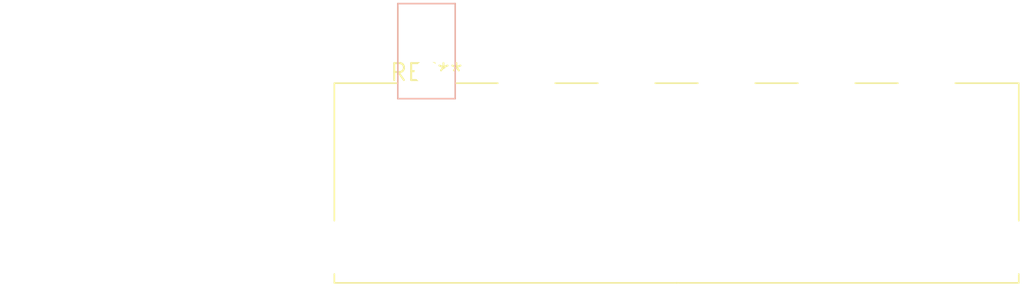
<source format=kicad_pcb>
(kicad_pcb (version 20240108) (generator pcbnew)
  (layers (0 "F.Cu" signal) (31 "B.Cu" signal) (34 "B.Paste" user) (35 "F.Paste" user) (36 "B.SilkS" user "B.Silkscreen") (37 "F.SilkS" user "F.Silkscreen") (38 "B.Mask" user) (39 "F.Mask" user) (44 "Edge.Cuts" user))
  (net 0 "")
  (footprint "Molex_Sabre_43160-1106_1x06_P7.49mm_Horizontal_ThermalVias" (layer "F.Cu") (at 0 0)
    (property "Reference" "REF**")
    (property "Value" "Molex_Sabre_43160-1106_1x06_P7.49mm_Horizontal_ThermalVias")
    (fp_line (start -2.15 -5.155) (end -2.15 1.975) (layer "B.SilkS") (stroke (width 0.12)))
    (fp_line (start -2.15 1.975) (end 2.15 1.975) (layer "B.SilkS") (stroke (width 0.12)))
    (fp_line (start 2.15 -5.155) (end -2.15 -5.155) (layer "B.SilkS") (stroke (width 0.12)))
    (fp_line (start 2.15 1.975) (end 2.15 -5.155) (layer "B.SilkS") (stroke (width 0.12)))
    (fp_line (start -6.9 0.815) (end -6.9 11.13) (layer "F.SilkS") (stroke (width 0.12)))
    (fp_line (start -6.9 15.13) (end -6.9 15.795) (layer "F.SilkS") (stroke (width 0.12)))
    (fp_line (start -6.9 15.795) (end 18.725 15.795) (layer "F.SilkS") (stroke (width 0.12)))
    (fp_line (start -2.15 0.815) (end -6.9 0.815) (layer "F.SilkS") (stroke (width 0.12)))
    (fp_line (start -2.15 0.815) (end -2.15 -4.895) (layer "F.SilkS") (stroke (width 0.12)))
    (fp_line (start 2.15 0.815) (end 5.34 0.815) (layer "F.SilkS") (stroke (width 0.12)))
    (fp_line (start 9.64 0.815) (end 12.83 0.815) (layer "F.SilkS") (stroke (width 0.12)))
    (fp_line (start 17.13 0.815) (end 20.32 0.815) (layer "F.SilkS") (stroke (width 0.12)))
    (fp_line (start 24.62 0.815) (end 27.81 0.815) (layer "F.SilkS") (stroke (width 0.12)))
    (fp_line (start 32.11 0.815) (end 35.3 0.815) (layer "F.SilkS") (stroke (width 0.12)))
    (fp_line (start 39.6 0.815) (end 44.35 0.815) (layer "F.SilkS") (stroke (width 0.12)))
    (fp_line (start 44.35 0.815) (end 44.35 11.13) (layer "F.SilkS") (stroke (width 0.12)))
    (fp_line (start 44.35 15.13) (end 44.35 15.795) (layer "F.SilkS") (stroke (width 0.12)))
    (fp_line (start 44.35 15.795) (end 18.725 15.795) (layer "F.SilkS") (stroke (width 0.12)))
    (pad "" thru_hole circle (at -4.75 13.13) (size 4 4) (drill 3) (layers *.Cu *.Mask) (remove_unused_layers))
    (pad "" thru_hole circle (at 42.2 13.13) (size 4 4) (drill 3) (layers *.Cu *.Mask) (remove_unused_layers))
    (pad "1" thru_hole rect (at -1.44 -4.445) (size 0.6 0.6) (drill 0.3) (layers *.Cu *.Mask) (remove_unused_layers))
    (pad "1" thru_hole rect (at -1.44 -3.0175) (size 0.6 0.6) (drill 0.3) (layers *.Cu *.Mask) (remove_unused_layers))
    (pad "1" thru_hole rect (at -1.44 -1.59) (size 0.6 0.6) (drill 0.3) (layers *.Cu *.Mask) (remove_unused_layers))
    (pad "1" thru_hole rect (at -1.44 -0.1625) (size 0.6 0.6) (drill 0.3) (layers *.Cu *.Mask) (remove_unused_layers))
    (pad "1" thru_hole rect (at -1.44 1.265) (size 0.6 0.6) (drill 0.3) (layers *.Cu *.Mask) (remove_unused_layers))
    (pad "1" thru_hole rect (at 0 -4.445) (size 0.6 0.6) (drill 0.3) (layers *.Cu *.Mask) (remove_unused_layers))
    (pad "1" thru_hole rect (at 0 -3.18) (size 3.78 3.43) (drill 1.78) (layers *.Cu *.Mask) (remove_unused_layers))
    (pad "1" thru_hole rect (at 0 -1.59) (size 0.6 0.6) (drill 0.3) (layers *.Cu *.Mask) (remove_unused_layers))
    (pad "1" thru_hole rect (at 0 0) (size 3.78 3.43) (drill 1.78) (layers *.Cu *.Mask) (remove_unused_layers))
    (pad "1" thru_hole rect (at 0 1.265) (size 0.6 0.6) (drill 0.3) (layers *.Cu *.Mask) (remove_unused_layers))
    (pad "1" thru_hole rect (at 1.44 -4.445) (size 0.6 0.6) (drill 0.3) (layers *.Cu *.Mask) (remove_unused_layers))
    (pad "1" thru_hole rect (at 1.44 -3.0175) (size 0.6 0.6) (drill 0.3) (layers *.Cu *.Mask) (remove_unused_layers))
    (pad "1" thru_hole rect (at 1.44 -1.59) (size 0.6 0.6) (drill 0.3) (layers *.Cu *.Mask) (remove_unused_layers))
    (pad "1" thru_hole rect (at 1.44 -0.1625) (size 0.6 0.6) (drill 0.3) (layers *.Cu *.Mask) (remove_unused_layers))
    (pad "1" thru_hole rect (at 1.44 1.265) (size 0.6 0.6) (drill 0.3) (layers *.Cu *.Mask) (remove_unused_layers))
    (pad "2" thru_hole circle (at 6.05 -4.445) (size 0.6 0.6) (drill 0.3) (layers *.Cu *.Mask) (remove_unused_layers))
    (pad "2" thru_hole circle (at 6.05 -3.0175) (size 0.6 0.6) (drill 0.3) (layers *.Cu *.Mask) (remove_unused_layers))
    (pad "2" thru_hole circle (at 6.05 -1.59) (size 0.6 0.6) (drill 0.3) (layers *.Cu *.Mask) (remove_unused_layers))
    (pad "2" thru_hole circle (at 6.05 -0.1625) (size 0.6 0.6) (drill 0.3) (layers *.Cu *.Mask) (remove_unused_layers))
    (pad "2" thru_hole circle (at 6.05 1.265) (size 0.6 0.6) (drill 0.3) (layers *.Cu *.Mask) (remove_unused_layers))
    (pad "2" thru_hole circle (at 7.49 -4.445) (size 0.6 0.6) (drill 0.3) (layers *.Cu *.Mask) (remove_unused_layers))
    (pad "2" thru_hole rect (at 7.49 -3.18) (size 3.78 3.43) (drill 1.78) (layers *.Cu *.Mask) (remove_unused_layers))
    (pad "2" thru_hole circle (at 7.49 -1.59) (size 0.6 0.6) (drill 0.3) (layers *.Cu *.Mask) (remove_unused_layers))
    (pad "2" thru_hole rect (at 7.49 0) (size 3.78 3.43) (drill 1.78) (layers *.Cu *.Mask) (remove_unused_layers))
    (pad "2" thru_hole circle (at 7.49 1.265) (size 0.6 0.6) (drill 0.3) (layers *.Cu *.Mask) (remove_unused_layers))
    (pad "2" thru_hole circle (at 8.93 -4.445) (size 0.6 0.6) (drill 0.3) (layers *.Cu *.Mask) (remove_unused_layers))
    (pad "2" thru_hole circle (at 8.93 -3.0175) (size 0.6 0.6) (drill 0.3) (layers *.Cu *.Mask) (remove_unused_layers))
    (pad "2" thru_hole circle (at 8.93 -1.59) (size 0.6 0.6) (drill 0.3) (layers *.Cu *.Mask) (remove_unused_layers))
    (pad "2" thru_hole circle (at 8.93 -0.1625) (size 0.6 0.6) (drill 0.3) (layers *.Cu *.Mask) (remove_unused_layers))
    (pad "2" thru_hole circle (at 8.93 1.265) (size 0.6 0.6) (drill 0.3) (layers *.Cu *.Mask) (remove_unused_layers))
    (pad "3" thru_hole circle (at 13.54 -4.445) (size 0.6 0.6) (drill 0.3) (layers *.Cu *.Mask) (remove_unused_layers))
    (pad "3" thru_hole circle (at 13.54 -3.0175) (size 0.6 0.6) (drill 0.3) (layers *.Cu *.Mask) (remove_unused_layers))
    (pad "3" thru_hole circle (at 13.54 -1.59) (size 0.6 0.6) (drill 0.3) (layers *.Cu *.Mask) (remove_unused_layers))
    (pad "3" thru_hole circle (at 13.54 -0.1625) (size 0.6 0.6) (drill 0.3) (layers *.Cu *.Mask) (remove_unused_layers))
    (pad "3" thru_hole circle (at 13.54 1.265) (size 0.6 0.6) (drill 0.3) (layers *.Cu *.Mask) (remove_unused_layers))
    (pad "3" thru_hole circle (at 14.98 -4.445) (size 0.6 0.6) (drill 0.3) (layers *.Cu *.Mask) (remove_unused_layers))
    (pad "3" thru_hole rect (at 14.98 -3.18) (size 3.78 3.43) (drill 1.78) (layers *.Cu *.Mask) (remove_unused_layers))
    (pad "3" thru_hole circle (at 14.98 -1.59) (size 0.6 0.6) (drill 0.3) (layers *.Cu *.Mask) (remove_unused_layers))
    (pad "3" thru_hole rect (at 14.98 0) (size 3.78 3.43) (drill 1.78) (layers *.Cu *.Mask) (remove_unused_layers))
    (pad "3" thru_hole circle (at 14.98 1.265) (size 0.6 0.6) (drill 0.3) (layers *.Cu *.Mask) (remove_unused_layers))
    (pad "3" thru_hole circle (at 16.42 -4.445) (size 0.6 0.6) (drill 0.3) (layers *.Cu *.Mask) (remove_unused_layers))
    (pad "3" thru_hole circle (at 16.42 -3.0175) (size 0.6 0.6) (drill 0.3) (layers *.Cu *.Mask) (remove_unused_layers))
    (pad "3" thru_hole circle (at 16.42 -1.59) (size 0.6 0.6) (drill 0.3) (layers *.Cu *.Mask) (remove_unused_layers))
    (pad "3" thru_hole circle (at 16.42 -0.1625) (size 0.6 0.6) (drill 0.3) (layers *.Cu *.Mask) (remove_unused_layers))
    (pad "3" thru_hole circle (at 16.42 1.265) (size 0.6 0.6) (drill 0.3) (layers *.Cu *.Mask) (remove_unused_layers))
    (pad "4" thru_hole circle (at 21.03 -4.445) (size 0.6 0.6) (drill 0.3) (layers *.Cu *.Mask) (remove_unused_layers))
    (pad "4" thru_hole circle (at 21.03 -3.0175) (size 0.6 0.6) (drill 0.3) (layers *.Cu *.Mask) (remove_unused_layers))
    (pad "4" thru_hole circle (at 21.03 -1.59) (size 0.6 0.6) (drill 0.3) (layers *.Cu *.Mask) (remove_unused_layers))
    (pad "4" thru_hole circle (at 21.03 -0.1625) (size 0.6 0.6) (drill 0.3) (layers *.Cu *.Mask) (remove_unused_layers))
    (pad "4" thru_hole circle (at 21.03 1.265) (size 0.6 0.6) (drill 0.3) (layers *.Cu *.Mask) (remove_unused_layers))
    (pad "4" thru_hole circle (at 22.47 -4.445) (size 0.6 0.6) (drill 0.3) (layers *.Cu *.Mask) (remove_unused_layers))
    (pad "4" thru_hole rect (at 22.47 -3.18) (size 3.78 3.43) (drill 1.78) (layers *.Cu *.Mask) (remove_unused_layers))
    (pad "4" thru_hole circle (at 22.47 -1.59) (size 0.6 0.6) (drill 0.3) (layers *.Cu *.Mask) (remove_unused_layers))
    (pad "4" thru_hole rect (at 22.47 0) (size 3.78 3.43) (drill 1.78) (layers *.Cu *.Mask) (remove_unused_layers))
    (pad "4" thru_hole circle (at 22.47 1.265) (size 0.6 0.6) (drill 0.3) (layers *.Cu *.Mask) (remove_unused_layers))
    (pad "4" thru_hole circle (at 23.91 -4.445) (size 0.6 0.6) (drill 0.3) (layers *.Cu *.Mask) (remove_unused_layers))
    (pad "4" thru_hole circle (at 23.91 -3.0175) (size 0.6 0.6) (drill 0.3) (layers *.Cu *.Mask) (remove_unused_layers))
    (pad "4" thru_hole circle (at 23.91 -1.59) (size 0.6 0.6) (drill 0.3) (layers *.Cu *.Mask) (remove_unused_layers))
    (pad "4" thru_hole circle (at 23.91 -0.1625) (size 0.6 0.6) (drill 0.3) (layers *.Cu *.Mask) (remove_unused_layers))
    (pad "4" thru_hole circle (at 23.91 1.265) (size 0.6 0.6) (drill 0.3) (layers *.Cu *.Mask) (remove_unused_layers))
    (pad "5" thru_hole circle (at 28.52 -4.445) (size 0.6 0.6) (drill 0.3) (layers *.Cu *.Mask) (remove_unused_layers))
    (pad "5" thru_hole circle (at 28.52 -3.0175) (size 0.6 0.6) (drill 0.3) (layers *.Cu *.Mask) (remove_unused_layers))
    (pad "5" thru_hole circle (at 28.52 -1.59) (size 0.6 0.6) (drill 0.3) (layers *.Cu *.Mask) (remove_unused_layers))
    (pad "5" thru_hole circle (at 28.52 -0.1625) (size 0.6 0.6) (drill 0.3) (layers *.Cu *.Mask) (remove_unused_layers))
    (pad "5" thru_hole circle (at 28.52 1.265) (size 0.6 0.6) (drill 0.3) (layers *.Cu *.Mask) (remove_unused_layers))
    (pad "5" thru_hole circle (at 29.96 -4.445) (size 0.6 0.6) (drill 0.3) (layers *.Cu *.Mask) (remove_unused_layers))
    (pad "5" thru_hole rect (at 29.96 -3.18) (size 3.78 3.43) (drill 1.78) (layers *.Cu *.Mask) (remove_unused_layers))
    (pad "5" thru_hole circle (at 29.96 -1.59) (size 0.6 0.6) (drill 0.3) (layers *.Cu *.Mask) (remove_unused_layers))
    (pad "5" thru_hole rect (at 29.96 0) (size 3.78 3.43) (drill 1.78) (layers *.Cu *.Mask) (remove_unused_layers))
    (pad "5" thru_hole circle (at 29.96 1.265) (size 0.6 0.6) (drill 0.3) (layers *.Cu *.Mask) (remove_unused_layers))
    (pad "5" thru_hole circle (at 31.4 -4.445) (size 0.6 0.6) (drill 0.3) (layers *.Cu *.Mask) (remove_unused_layers))
    (pad "5" thru_hole circle (at 31.4 -3.0175) (size 0.6 0.6) (drill 0.3) (layers *.Cu *.Mask) (remove_unused_layers))
    (pad "5" thru_hole circle (at 31.4 -1.59) (size 0.6 0.6) (drill 0.3) (layers *.Cu *.Mask) (remove_unused_layers))
    (pad "5" thru_hole circle (at 31.4 -0.1625) (size 0.6 0.6) (drill 0.3) (layers *.Cu *.Mask) (remove_unused_layers))
    (pad "5" thru_hole circle (at 31.4 1.265) (size 0.6 0.6) (drill 0.3) (layers *.Cu *.Mask) (remove_unused_layers))
    (pad "6" thru_hole circle (at 36.01 -4.445) (size 0.6 0.6) (drill 0.3) (layers *.Cu *.Mask) (remove_unused_layers))
    (pad "6" thru_hole circle (at 36.01 -3.0175) (size 0.6 0.6) (drill 0.3) (layers *.Cu *.Mask) (remove_unused_layers))
    (pad "6" thru_hole circle (at 36.01 -1.59) (size 0.6 0.6) (drill 0.3) (layers *.Cu *.Mask) (remove_unused_layers))
    (pad "6" thru_hole circle (at 36.01 -0.1625) (size 0.6 0.6) (drill 0.3) (layers *.Cu *.Mask) (remove_unused_layers))
    (pad "6" thru_hole circle (at 36.01 1.265) (size 0.6 0.6) (drill 0.3) (layers *.Cu *.Mask) (remove_unused_layers))
    (pad "6" thru_hole circle (at 37.45 -4.445) (size 0.6 0.6) (drill 0.3) (layers *.Cu *.Mask) (remove_unused_layers))
    (pad "6" thru_hole rect (at 37.45 -3.18) (size 3.78 3.43) (drill 1.78) (layers *.Cu *.Mask) (remove_unused_layers))
    (pad "6" thru_hole circle (at 37.45 -1.59) (size 0.6 0.6) (drill 0.3) (layers *.Cu *.Mask) (remove_unused_layers))
    (pad "6" thru_hole rect (at 37.45 0) (size 3.78 3.43) (drill 1.78) (layers *.Cu *.Mask) (remove_unused_layers))
    (pad "6" thru_hole circle (at 37.45 1.265) (size 0.6 0.6) (drill 0.3) (layers *.Cu *.Mask) (remove_unused_layers))
    (pad "6" thru_hole circle (at 38.89 -4.445) (size 0.6 0.6) (drill 0.3) (layers *.Cu *.Mask) (remove_unused_layers))
    (pad "6" thru_hole circle (at 38.89 -3.0175) (size 0.6 0.6) (drill 0.3) (layers *.Cu *.Mask) (remove_unused_layers))
    (pad "6" thru_hole circle (at 38.89 -1.59) (size 0.6 0.6) (drill 0.3) (layers *.Cu *.Mask) (remove_unused_layers))
    (pad "6" thru_hole circle (at 38.89 -0.1625) (size 0.6 0.6) (drill 0.3) (layers *.Cu *.Mask) (remove_unused_layers))
    (pad "6" thru_hole circle (at 38.89 1.265) (size 0.6 0.6) (drill 0.3) (layers *.Cu *.Mask) (remove_unused_layers))
  )
)
</source>
